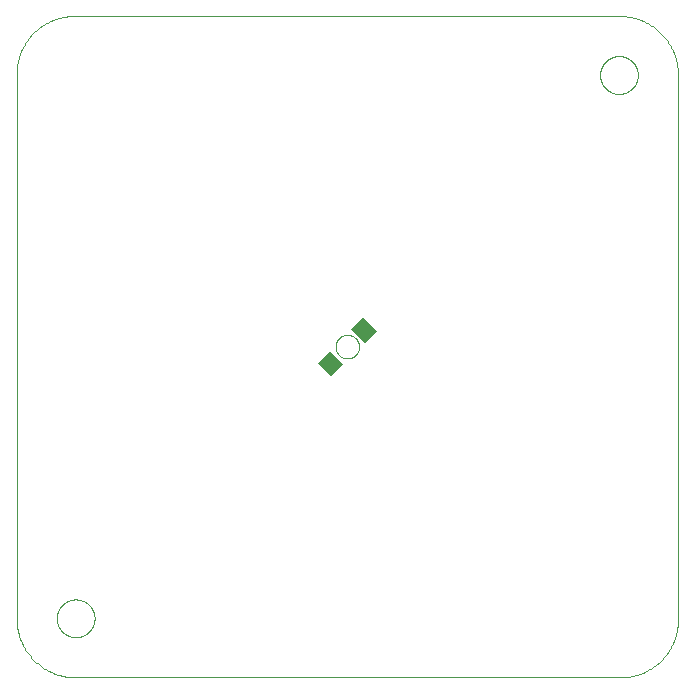
<source format=gbp>
G75*
%MOIN*%
%OFA0B0*%
%FSLAX25Y25*%
%IPPOS*%
%LPD*%
%AMOC8*
5,1,8,0,0,1.08239X$1,22.5*
%
%ADD10C,0.00039*%
%ADD11C,0.00000*%
%ADD12R,0.06299X0.05512*%
D10*
X0059997Y0061910D02*
X0059997Y0243406D01*
X0060003Y0243872D01*
X0060020Y0244338D01*
X0060048Y0244803D01*
X0060087Y0245268D01*
X0060138Y0245731D01*
X0060199Y0246193D01*
X0060272Y0246654D01*
X0060356Y0247112D01*
X0060451Y0247569D01*
X0060558Y0248023D01*
X0060675Y0248474D01*
X0060802Y0248922D01*
X0060941Y0249367D01*
X0061091Y0249809D01*
X0061251Y0250247D01*
X0061421Y0250681D01*
X0061602Y0251110D01*
X0061793Y0251535D01*
X0061995Y0251956D01*
X0062207Y0252371D01*
X0062428Y0252781D01*
X0062660Y0253186D01*
X0062901Y0253585D01*
X0063152Y0253978D01*
X0063412Y0254365D01*
X0063681Y0254745D01*
X0063960Y0255119D01*
X0064247Y0255486D01*
X0064544Y0255846D01*
X0064848Y0256198D01*
X0065162Y0256543D01*
X0065483Y0256881D01*
X0065813Y0257211D01*
X0066151Y0257532D01*
X0066496Y0257846D01*
X0066848Y0258150D01*
X0067208Y0258447D01*
X0067575Y0258734D01*
X0067949Y0259013D01*
X0068329Y0259282D01*
X0068716Y0259542D01*
X0069109Y0259793D01*
X0069508Y0260034D01*
X0069913Y0260266D01*
X0070323Y0260487D01*
X0070738Y0260699D01*
X0071159Y0260901D01*
X0071584Y0261092D01*
X0072013Y0261273D01*
X0072447Y0261443D01*
X0072885Y0261603D01*
X0073327Y0261753D01*
X0073772Y0261892D01*
X0074220Y0262019D01*
X0074671Y0262136D01*
X0075125Y0262243D01*
X0075582Y0262338D01*
X0076040Y0262422D01*
X0076501Y0262495D01*
X0076963Y0262556D01*
X0077426Y0262607D01*
X0077891Y0262646D01*
X0078356Y0262674D01*
X0078822Y0262691D01*
X0079288Y0262697D01*
X0260784Y0262697D01*
X0261260Y0262691D01*
X0261735Y0262674D01*
X0262210Y0262645D01*
X0262684Y0262605D01*
X0263157Y0262553D01*
X0263628Y0262490D01*
X0264098Y0262416D01*
X0264566Y0262330D01*
X0265032Y0262233D01*
X0265495Y0262125D01*
X0265955Y0262006D01*
X0266413Y0261875D01*
X0266867Y0261734D01*
X0267318Y0261581D01*
X0267764Y0261418D01*
X0268207Y0261244D01*
X0268645Y0261059D01*
X0269079Y0260864D01*
X0269508Y0260658D01*
X0269932Y0260442D01*
X0270351Y0260216D01*
X0270764Y0259980D01*
X0271171Y0259734D01*
X0271572Y0259478D01*
X0271966Y0259212D01*
X0272355Y0258937D01*
X0272736Y0258653D01*
X0273110Y0258360D01*
X0273478Y0258058D01*
X0273838Y0257746D01*
X0274190Y0257427D01*
X0274534Y0257099D01*
X0274871Y0256762D01*
X0275199Y0256418D01*
X0275518Y0256066D01*
X0275830Y0255706D01*
X0276132Y0255338D01*
X0276425Y0254964D01*
X0276709Y0254583D01*
X0276984Y0254194D01*
X0277250Y0253800D01*
X0277506Y0253399D01*
X0277752Y0252992D01*
X0277988Y0252579D01*
X0278214Y0252160D01*
X0278430Y0251736D01*
X0278636Y0251307D01*
X0278831Y0250873D01*
X0279016Y0250435D01*
X0279190Y0249992D01*
X0279353Y0249546D01*
X0279506Y0249095D01*
X0279647Y0248641D01*
X0279778Y0248183D01*
X0279897Y0247723D01*
X0280005Y0247260D01*
X0280102Y0246794D01*
X0280188Y0246326D01*
X0280262Y0245856D01*
X0280325Y0245385D01*
X0280377Y0244912D01*
X0280417Y0244438D01*
X0280446Y0243963D01*
X0280463Y0243488D01*
X0280469Y0243012D01*
X0280469Y0061516D01*
X0280463Y0061050D01*
X0280446Y0060584D01*
X0280418Y0060119D01*
X0280379Y0059654D01*
X0280328Y0059191D01*
X0280267Y0058729D01*
X0280194Y0058268D01*
X0280110Y0057810D01*
X0280015Y0057353D01*
X0279908Y0056899D01*
X0279791Y0056448D01*
X0279664Y0056000D01*
X0279525Y0055555D01*
X0279375Y0055113D01*
X0279215Y0054675D01*
X0279045Y0054241D01*
X0278864Y0053812D01*
X0278673Y0053387D01*
X0278471Y0052966D01*
X0278259Y0052551D01*
X0278038Y0052141D01*
X0277806Y0051736D01*
X0277565Y0051337D01*
X0277314Y0050944D01*
X0277054Y0050557D01*
X0276785Y0050177D01*
X0276506Y0049803D01*
X0276219Y0049436D01*
X0275922Y0049076D01*
X0275618Y0048724D01*
X0275304Y0048379D01*
X0274983Y0048041D01*
X0274653Y0047711D01*
X0274315Y0047390D01*
X0273970Y0047076D01*
X0273618Y0046772D01*
X0273258Y0046475D01*
X0272891Y0046188D01*
X0272517Y0045909D01*
X0272137Y0045640D01*
X0271750Y0045380D01*
X0271357Y0045129D01*
X0270958Y0044888D01*
X0270553Y0044656D01*
X0270143Y0044435D01*
X0269728Y0044223D01*
X0269307Y0044021D01*
X0268882Y0043830D01*
X0268453Y0043649D01*
X0268019Y0043479D01*
X0267581Y0043319D01*
X0267139Y0043169D01*
X0266694Y0043030D01*
X0266246Y0042903D01*
X0265795Y0042786D01*
X0265341Y0042679D01*
X0264884Y0042584D01*
X0264426Y0042500D01*
X0263965Y0042427D01*
X0263503Y0042366D01*
X0263040Y0042315D01*
X0262575Y0042276D01*
X0262110Y0042248D01*
X0261644Y0042231D01*
X0261178Y0042225D01*
X0079682Y0042225D01*
X0079206Y0042231D01*
X0078731Y0042248D01*
X0078256Y0042277D01*
X0077782Y0042317D01*
X0077309Y0042369D01*
X0076838Y0042432D01*
X0076368Y0042506D01*
X0075900Y0042592D01*
X0075434Y0042689D01*
X0074971Y0042797D01*
X0074511Y0042916D01*
X0074053Y0043047D01*
X0073599Y0043188D01*
X0073148Y0043341D01*
X0072702Y0043504D01*
X0072259Y0043678D01*
X0071821Y0043863D01*
X0071387Y0044058D01*
X0070958Y0044264D01*
X0070534Y0044480D01*
X0070115Y0044706D01*
X0069702Y0044942D01*
X0069295Y0045188D01*
X0068894Y0045444D01*
X0068500Y0045710D01*
X0068111Y0045985D01*
X0067730Y0046269D01*
X0067356Y0046562D01*
X0066988Y0046864D01*
X0066628Y0047176D01*
X0066276Y0047495D01*
X0065932Y0047823D01*
X0065595Y0048160D01*
X0065267Y0048504D01*
X0064948Y0048856D01*
X0064636Y0049216D01*
X0064334Y0049584D01*
X0064041Y0049958D01*
X0063757Y0050339D01*
X0063482Y0050728D01*
X0063216Y0051122D01*
X0062960Y0051523D01*
X0062714Y0051930D01*
X0062478Y0052343D01*
X0062252Y0052762D01*
X0062036Y0053186D01*
X0061830Y0053615D01*
X0061635Y0054049D01*
X0061450Y0054487D01*
X0061276Y0054930D01*
X0061113Y0055376D01*
X0060960Y0055827D01*
X0060819Y0056281D01*
X0060688Y0056739D01*
X0060569Y0057199D01*
X0060461Y0057662D01*
X0060364Y0058128D01*
X0060278Y0058596D01*
X0060204Y0059066D01*
X0060141Y0059537D01*
X0060089Y0060010D01*
X0060049Y0060484D01*
X0060020Y0060959D01*
X0060003Y0061434D01*
X0059997Y0061910D01*
D11*
X0073383Y0061910D02*
X0073385Y0062068D01*
X0073391Y0062226D01*
X0073401Y0062384D01*
X0073415Y0062542D01*
X0073433Y0062699D01*
X0073454Y0062856D01*
X0073480Y0063012D01*
X0073510Y0063168D01*
X0073543Y0063323D01*
X0073581Y0063476D01*
X0073622Y0063629D01*
X0073667Y0063781D01*
X0073716Y0063932D01*
X0073769Y0064081D01*
X0073825Y0064229D01*
X0073885Y0064375D01*
X0073949Y0064520D01*
X0074017Y0064663D01*
X0074088Y0064805D01*
X0074162Y0064945D01*
X0074240Y0065082D01*
X0074322Y0065218D01*
X0074406Y0065352D01*
X0074495Y0065483D01*
X0074586Y0065612D01*
X0074681Y0065739D01*
X0074778Y0065864D01*
X0074879Y0065986D01*
X0074983Y0066105D01*
X0075090Y0066222D01*
X0075200Y0066336D01*
X0075313Y0066447D01*
X0075428Y0066556D01*
X0075546Y0066661D01*
X0075667Y0066763D01*
X0075790Y0066863D01*
X0075916Y0066959D01*
X0076044Y0067052D01*
X0076174Y0067142D01*
X0076307Y0067228D01*
X0076442Y0067312D01*
X0076578Y0067391D01*
X0076717Y0067468D01*
X0076858Y0067540D01*
X0077000Y0067610D01*
X0077144Y0067675D01*
X0077290Y0067737D01*
X0077437Y0067795D01*
X0077586Y0067850D01*
X0077736Y0067901D01*
X0077887Y0067948D01*
X0078039Y0067991D01*
X0078192Y0068030D01*
X0078347Y0068066D01*
X0078502Y0068097D01*
X0078658Y0068125D01*
X0078814Y0068149D01*
X0078971Y0068169D01*
X0079129Y0068185D01*
X0079286Y0068197D01*
X0079445Y0068205D01*
X0079603Y0068209D01*
X0079761Y0068209D01*
X0079919Y0068205D01*
X0080078Y0068197D01*
X0080235Y0068185D01*
X0080393Y0068169D01*
X0080550Y0068149D01*
X0080706Y0068125D01*
X0080862Y0068097D01*
X0081017Y0068066D01*
X0081172Y0068030D01*
X0081325Y0067991D01*
X0081477Y0067948D01*
X0081628Y0067901D01*
X0081778Y0067850D01*
X0081927Y0067795D01*
X0082074Y0067737D01*
X0082220Y0067675D01*
X0082364Y0067610D01*
X0082506Y0067540D01*
X0082647Y0067468D01*
X0082786Y0067391D01*
X0082922Y0067312D01*
X0083057Y0067228D01*
X0083190Y0067142D01*
X0083320Y0067052D01*
X0083448Y0066959D01*
X0083574Y0066863D01*
X0083697Y0066763D01*
X0083818Y0066661D01*
X0083936Y0066556D01*
X0084051Y0066447D01*
X0084164Y0066336D01*
X0084274Y0066222D01*
X0084381Y0066105D01*
X0084485Y0065986D01*
X0084586Y0065864D01*
X0084683Y0065739D01*
X0084778Y0065612D01*
X0084869Y0065483D01*
X0084958Y0065352D01*
X0085042Y0065218D01*
X0085124Y0065082D01*
X0085202Y0064945D01*
X0085276Y0064805D01*
X0085347Y0064663D01*
X0085415Y0064520D01*
X0085479Y0064375D01*
X0085539Y0064229D01*
X0085595Y0064081D01*
X0085648Y0063932D01*
X0085697Y0063781D01*
X0085742Y0063629D01*
X0085783Y0063476D01*
X0085821Y0063323D01*
X0085854Y0063168D01*
X0085884Y0063012D01*
X0085910Y0062856D01*
X0085931Y0062699D01*
X0085949Y0062542D01*
X0085963Y0062384D01*
X0085973Y0062226D01*
X0085979Y0062068D01*
X0085981Y0061910D01*
X0085979Y0061752D01*
X0085973Y0061594D01*
X0085963Y0061436D01*
X0085949Y0061278D01*
X0085931Y0061121D01*
X0085910Y0060964D01*
X0085884Y0060808D01*
X0085854Y0060652D01*
X0085821Y0060497D01*
X0085783Y0060344D01*
X0085742Y0060191D01*
X0085697Y0060039D01*
X0085648Y0059888D01*
X0085595Y0059739D01*
X0085539Y0059591D01*
X0085479Y0059445D01*
X0085415Y0059300D01*
X0085347Y0059157D01*
X0085276Y0059015D01*
X0085202Y0058875D01*
X0085124Y0058738D01*
X0085042Y0058602D01*
X0084958Y0058468D01*
X0084869Y0058337D01*
X0084778Y0058208D01*
X0084683Y0058081D01*
X0084586Y0057956D01*
X0084485Y0057834D01*
X0084381Y0057715D01*
X0084274Y0057598D01*
X0084164Y0057484D01*
X0084051Y0057373D01*
X0083936Y0057264D01*
X0083818Y0057159D01*
X0083697Y0057057D01*
X0083574Y0056957D01*
X0083448Y0056861D01*
X0083320Y0056768D01*
X0083190Y0056678D01*
X0083057Y0056592D01*
X0082922Y0056508D01*
X0082786Y0056429D01*
X0082647Y0056352D01*
X0082506Y0056280D01*
X0082364Y0056210D01*
X0082220Y0056145D01*
X0082074Y0056083D01*
X0081927Y0056025D01*
X0081778Y0055970D01*
X0081628Y0055919D01*
X0081477Y0055872D01*
X0081325Y0055829D01*
X0081172Y0055790D01*
X0081017Y0055754D01*
X0080862Y0055723D01*
X0080706Y0055695D01*
X0080550Y0055671D01*
X0080393Y0055651D01*
X0080235Y0055635D01*
X0080078Y0055623D01*
X0079919Y0055615D01*
X0079761Y0055611D01*
X0079603Y0055611D01*
X0079445Y0055615D01*
X0079286Y0055623D01*
X0079129Y0055635D01*
X0078971Y0055651D01*
X0078814Y0055671D01*
X0078658Y0055695D01*
X0078502Y0055723D01*
X0078347Y0055754D01*
X0078192Y0055790D01*
X0078039Y0055829D01*
X0077887Y0055872D01*
X0077736Y0055919D01*
X0077586Y0055970D01*
X0077437Y0056025D01*
X0077290Y0056083D01*
X0077144Y0056145D01*
X0077000Y0056210D01*
X0076858Y0056280D01*
X0076717Y0056352D01*
X0076578Y0056429D01*
X0076442Y0056508D01*
X0076307Y0056592D01*
X0076174Y0056678D01*
X0076044Y0056768D01*
X0075916Y0056861D01*
X0075790Y0056957D01*
X0075667Y0057057D01*
X0075546Y0057159D01*
X0075428Y0057264D01*
X0075313Y0057373D01*
X0075200Y0057484D01*
X0075090Y0057598D01*
X0074983Y0057715D01*
X0074879Y0057834D01*
X0074778Y0057956D01*
X0074681Y0058081D01*
X0074586Y0058208D01*
X0074495Y0058337D01*
X0074406Y0058468D01*
X0074322Y0058602D01*
X0074240Y0058738D01*
X0074162Y0058875D01*
X0074088Y0059015D01*
X0074017Y0059157D01*
X0073949Y0059300D01*
X0073885Y0059445D01*
X0073825Y0059591D01*
X0073769Y0059739D01*
X0073716Y0059888D01*
X0073667Y0060039D01*
X0073622Y0060191D01*
X0073581Y0060344D01*
X0073543Y0060497D01*
X0073510Y0060652D01*
X0073480Y0060808D01*
X0073454Y0060964D01*
X0073433Y0061121D01*
X0073415Y0061278D01*
X0073401Y0061436D01*
X0073391Y0061594D01*
X0073385Y0061752D01*
X0073383Y0061910D01*
X0166296Y0152461D02*
X0166298Y0152586D01*
X0166304Y0152711D01*
X0166314Y0152835D01*
X0166328Y0152959D01*
X0166345Y0153083D01*
X0166367Y0153206D01*
X0166393Y0153328D01*
X0166422Y0153450D01*
X0166455Y0153570D01*
X0166493Y0153689D01*
X0166533Y0153808D01*
X0166578Y0153924D01*
X0166626Y0154039D01*
X0166678Y0154153D01*
X0166734Y0154265D01*
X0166793Y0154375D01*
X0166855Y0154483D01*
X0166921Y0154590D01*
X0166990Y0154694D01*
X0167063Y0154795D01*
X0167138Y0154895D01*
X0167217Y0154992D01*
X0167299Y0155086D01*
X0167384Y0155178D01*
X0167471Y0155267D01*
X0167562Y0155353D01*
X0167655Y0155436D01*
X0167751Y0155517D01*
X0167849Y0155594D01*
X0167949Y0155668D01*
X0168052Y0155739D01*
X0168157Y0155806D01*
X0168265Y0155871D01*
X0168374Y0155931D01*
X0168485Y0155989D01*
X0168598Y0156042D01*
X0168712Y0156092D01*
X0168828Y0156139D01*
X0168945Y0156181D01*
X0169064Y0156220D01*
X0169184Y0156256D01*
X0169305Y0156287D01*
X0169427Y0156315D01*
X0169549Y0156338D01*
X0169673Y0156358D01*
X0169797Y0156374D01*
X0169921Y0156386D01*
X0170046Y0156394D01*
X0170171Y0156398D01*
X0170295Y0156398D01*
X0170420Y0156394D01*
X0170545Y0156386D01*
X0170669Y0156374D01*
X0170793Y0156358D01*
X0170917Y0156338D01*
X0171039Y0156315D01*
X0171161Y0156287D01*
X0171282Y0156256D01*
X0171402Y0156220D01*
X0171521Y0156181D01*
X0171638Y0156139D01*
X0171754Y0156092D01*
X0171868Y0156042D01*
X0171981Y0155989D01*
X0172092Y0155931D01*
X0172202Y0155871D01*
X0172309Y0155806D01*
X0172414Y0155739D01*
X0172517Y0155668D01*
X0172617Y0155594D01*
X0172715Y0155517D01*
X0172811Y0155436D01*
X0172904Y0155353D01*
X0172995Y0155267D01*
X0173082Y0155178D01*
X0173167Y0155086D01*
X0173249Y0154992D01*
X0173328Y0154895D01*
X0173403Y0154795D01*
X0173476Y0154694D01*
X0173545Y0154590D01*
X0173611Y0154483D01*
X0173673Y0154375D01*
X0173732Y0154265D01*
X0173788Y0154153D01*
X0173840Y0154039D01*
X0173888Y0153924D01*
X0173933Y0153808D01*
X0173973Y0153689D01*
X0174011Y0153570D01*
X0174044Y0153450D01*
X0174073Y0153328D01*
X0174099Y0153206D01*
X0174121Y0153083D01*
X0174138Y0152959D01*
X0174152Y0152835D01*
X0174162Y0152711D01*
X0174168Y0152586D01*
X0174170Y0152461D01*
X0174168Y0152336D01*
X0174162Y0152211D01*
X0174152Y0152087D01*
X0174138Y0151963D01*
X0174121Y0151839D01*
X0174099Y0151716D01*
X0174073Y0151594D01*
X0174044Y0151472D01*
X0174011Y0151352D01*
X0173973Y0151233D01*
X0173933Y0151114D01*
X0173888Y0150998D01*
X0173840Y0150883D01*
X0173788Y0150769D01*
X0173732Y0150657D01*
X0173673Y0150547D01*
X0173611Y0150439D01*
X0173545Y0150332D01*
X0173476Y0150228D01*
X0173403Y0150127D01*
X0173328Y0150027D01*
X0173249Y0149930D01*
X0173167Y0149836D01*
X0173082Y0149744D01*
X0172995Y0149655D01*
X0172904Y0149569D01*
X0172811Y0149486D01*
X0172715Y0149405D01*
X0172617Y0149328D01*
X0172517Y0149254D01*
X0172414Y0149183D01*
X0172309Y0149116D01*
X0172201Y0149051D01*
X0172092Y0148991D01*
X0171981Y0148933D01*
X0171868Y0148880D01*
X0171754Y0148830D01*
X0171638Y0148783D01*
X0171521Y0148741D01*
X0171402Y0148702D01*
X0171282Y0148666D01*
X0171161Y0148635D01*
X0171039Y0148607D01*
X0170917Y0148584D01*
X0170793Y0148564D01*
X0170669Y0148548D01*
X0170545Y0148536D01*
X0170420Y0148528D01*
X0170295Y0148524D01*
X0170171Y0148524D01*
X0170046Y0148528D01*
X0169921Y0148536D01*
X0169797Y0148548D01*
X0169673Y0148564D01*
X0169549Y0148584D01*
X0169427Y0148607D01*
X0169305Y0148635D01*
X0169184Y0148666D01*
X0169064Y0148702D01*
X0168945Y0148741D01*
X0168828Y0148783D01*
X0168712Y0148830D01*
X0168598Y0148880D01*
X0168485Y0148933D01*
X0168374Y0148991D01*
X0168264Y0149051D01*
X0168157Y0149116D01*
X0168052Y0149183D01*
X0167949Y0149254D01*
X0167849Y0149328D01*
X0167751Y0149405D01*
X0167655Y0149486D01*
X0167562Y0149569D01*
X0167471Y0149655D01*
X0167384Y0149744D01*
X0167299Y0149836D01*
X0167217Y0149930D01*
X0167138Y0150027D01*
X0167063Y0150127D01*
X0166990Y0150228D01*
X0166921Y0150332D01*
X0166855Y0150439D01*
X0166793Y0150547D01*
X0166734Y0150657D01*
X0166678Y0150769D01*
X0166626Y0150883D01*
X0166578Y0150998D01*
X0166533Y0151114D01*
X0166493Y0151233D01*
X0166455Y0151352D01*
X0166422Y0151472D01*
X0166393Y0151594D01*
X0166367Y0151716D01*
X0166345Y0151839D01*
X0166328Y0151963D01*
X0166314Y0152087D01*
X0166304Y0152211D01*
X0166298Y0152336D01*
X0166296Y0152461D01*
X0254485Y0243012D02*
X0254487Y0243170D01*
X0254493Y0243328D01*
X0254503Y0243486D01*
X0254517Y0243644D01*
X0254535Y0243801D01*
X0254556Y0243958D01*
X0254582Y0244114D01*
X0254612Y0244270D01*
X0254645Y0244425D01*
X0254683Y0244578D01*
X0254724Y0244731D01*
X0254769Y0244883D01*
X0254818Y0245034D01*
X0254871Y0245183D01*
X0254927Y0245331D01*
X0254987Y0245477D01*
X0255051Y0245622D01*
X0255119Y0245765D01*
X0255190Y0245907D01*
X0255264Y0246047D01*
X0255342Y0246184D01*
X0255424Y0246320D01*
X0255508Y0246454D01*
X0255597Y0246585D01*
X0255688Y0246714D01*
X0255783Y0246841D01*
X0255880Y0246966D01*
X0255981Y0247088D01*
X0256085Y0247207D01*
X0256192Y0247324D01*
X0256302Y0247438D01*
X0256415Y0247549D01*
X0256530Y0247658D01*
X0256648Y0247763D01*
X0256769Y0247865D01*
X0256892Y0247965D01*
X0257018Y0248061D01*
X0257146Y0248154D01*
X0257276Y0248244D01*
X0257409Y0248330D01*
X0257544Y0248414D01*
X0257680Y0248493D01*
X0257819Y0248570D01*
X0257960Y0248642D01*
X0258102Y0248712D01*
X0258246Y0248777D01*
X0258392Y0248839D01*
X0258539Y0248897D01*
X0258688Y0248952D01*
X0258838Y0249003D01*
X0258989Y0249050D01*
X0259141Y0249093D01*
X0259294Y0249132D01*
X0259449Y0249168D01*
X0259604Y0249199D01*
X0259760Y0249227D01*
X0259916Y0249251D01*
X0260073Y0249271D01*
X0260231Y0249287D01*
X0260388Y0249299D01*
X0260547Y0249307D01*
X0260705Y0249311D01*
X0260863Y0249311D01*
X0261021Y0249307D01*
X0261180Y0249299D01*
X0261337Y0249287D01*
X0261495Y0249271D01*
X0261652Y0249251D01*
X0261808Y0249227D01*
X0261964Y0249199D01*
X0262119Y0249168D01*
X0262274Y0249132D01*
X0262427Y0249093D01*
X0262579Y0249050D01*
X0262730Y0249003D01*
X0262880Y0248952D01*
X0263029Y0248897D01*
X0263176Y0248839D01*
X0263322Y0248777D01*
X0263466Y0248712D01*
X0263608Y0248642D01*
X0263749Y0248570D01*
X0263888Y0248493D01*
X0264024Y0248414D01*
X0264159Y0248330D01*
X0264292Y0248244D01*
X0264422Y0248154D01*
X0264550Y0248061D01*
X0264676Y0247965D01*
X0264799Y0247865D01*
X0264920Y0247763D01*
X0265038Y0247658D01*
X0265153Y0247549D01*
X0265266Y0247438D01*
X0265376Y0247324D01*
X0265483Y0247207D01*
X0265587Y0247088D01*
X0265688Y0246966D01*
X0265785Y0246841D01*
X0265880Y0246714D01*
X0265971Y0246585D01*
X0266060Y0246454D01*
X0266144Y0246320D01*
X0266226Y0246184D01*
X0266304Y0246047D01*
X0266378Y0245907D01*
X0266449Y0245765D01*
X0266517Y0245622D01*
X0266581Y0245477D01*
X0266641Y0245331D01*
X0266697Y0245183D01*
X0266750Y0245034D01*
X0266799Y0244883D01*
X0266844Y0244731D01*
X0266885Y0244578D01*
X0266923Y0244425D01*
X0266956Y0244270D01*
X0266986Y0244114D01*
X0267012Y0243958D01*
X0267033Y0243801D01*
X0267051Y0243644D01*
X0267065Y0243486D01*
X0267075Y0243328D01*
X0267081Y0243170D01*
X0267083Y0243012D01*
X0267081Y0242854D01*
X0267075Y0242696D01*
X0267065Y0242538D01*
X0267051Y0242380D01*
X0267033Y0242223D01*
X0267012Y0242066D01*
X0266986Y0241910D01*
X0266956Y0241754D01*
X0266923Y0241599D01*
X0266885Y0241446D01*
X0266844Y0241293D01*
X0266799Y0241141D01*
X0266750Y0240990D01*
X0266697Y0240841D01*
X0266641Y0240693D01*
X0266581Y0240547D01*
X0266517Y0240402D01*
X0266449Y0240259D01*
X0266378Y0240117D01*
X0266304Y0239977D01*
X0266226Y0239840D01*
X0266144Y0239704D01*
X0266060Y0239570D01*
X0265971Y0239439D01*
X0265880Y0239310D01*
X0265785Y0239183D01*
X0265688Y0239058D01*
X0265587Y0238936D01*
X0265483Y0238817D01*
X0265376Y0238700D01*
X0265266Y0238586D01*
X0265153Y0238475D01*
X0265038Y0238366D01*
X0264920Y0238261D01*
X0264799Y0238159D01*
X0264676Y0238059D01*
X0264550Y0237963D01*
X0264422Y0237870D01*
X0264292Y0237780D01*
X0264159Y0237694D01*
X0264024Y0237610D01*
X0263888Y0237531D01*
X0263749Y0237454D01*
X0263608Y0237382D01*
X0263466Y0237312D01*
X0263322Y0237247D01*
X0263176Y0237185D01*
X0263029Y0237127D01*
X0262880Y0237072D01*
X0262730Y0237021D01*
X0262579Y0236974D01*
X0262427Y0236931D01*
X0262274Y0236892D01*
X0262119Y0236856D01*
X0261964Y0236825D01*
X0261808Y0236797D01*
X0261652Y0236773D01*
X0261495Y0236753D01*
X0261337Y0236737D01*
X0261180Y0236725D01*
X0261021Y0236717D01*
X0260863Y0236713D01*
X0260705Y0236713D01*
X0260547Y0236717D01*
X0260388Y0236725D01*
X0260231Y0236737D01*
X0260073Y0236753D01*
X0259916Y0236773D01*
X0259760Y0236797D01*
X0259604Y0236825D01*
X0259449Y0236856D01*
X0259294Y0236892D01*
X0259141Y0236931D01*
X0258989Y0236974D01*
X0258838Y0237021D01*
X0258688Y0237072D01*
X0258539Y0237127D01*
X0258392Y0237185D01*
X0258246Y0237247D01*
X0258102Y0237312D01*
X0257960Y0237382D01*
X0257819Y0237454D01*
X0257680Y0237531D01*
X0257544Y0237610D01*
X0257409Y0237694D01*
X0257276Y0237780D01*
X0257146Y0237870D01*
X0257018Y0237963D01*
X0256892Y0238059D01*
X0256769Y0238159D01*
X0256648Y0238261D01*
X0256530Y0238366D01*
X0256415Y0238475D01*
X0256302Y0238586D01*
X0256192Y0238700D01*
X0256085Y0238817D01*
X0255981Y0238936D01*
X0255880Y0239058D01*
X0255783Y0239183D01*
X0255688Y0239310D01*
X0255597Y0239439D01*
X0255508Y0239570D01*
X0255424Y0239704D01*
X0255342Y0239840D01*
X0255264Y0239977D01*
X0255190Y0240117D01*
X0255119Y0240259D01*
X0255051Y0240402D01*
X0254987Y0240547D01*
X0254927Y0240693D01*
X0254871Y0240841D01*
X0254818Y0240990D01*
X0254769Y0241141D01*
X0254724Y0241293D01*
X0254683Y0241446D01*
X0254645Y0241599D01*
X0254612Y0241754D01*
X0254582Y0241910D01*
X0254556Y0242066D01*
X0254535Y0242223D01*
X0254517Y0242380D01*
X0254503Y0242538D01*
X0254493Y0242696D01*
X0254487Y0242854D01*
X0254485Y0243012D01*
D12*
G36*
X0175524Y0162204D02*
X0179976Y0157752D01*
X0176078Y0153854D01*
X0171626Y0158306D01*
X0175524Y0162204D01*
G37*
G36*
X0164388Y0151068D02*
X0168840Y0146616D01*
X0164942Y0142718D01*
X0160490Y0147170D01*
X0164388Y0151068D01*
G37*
M02*

</source>
